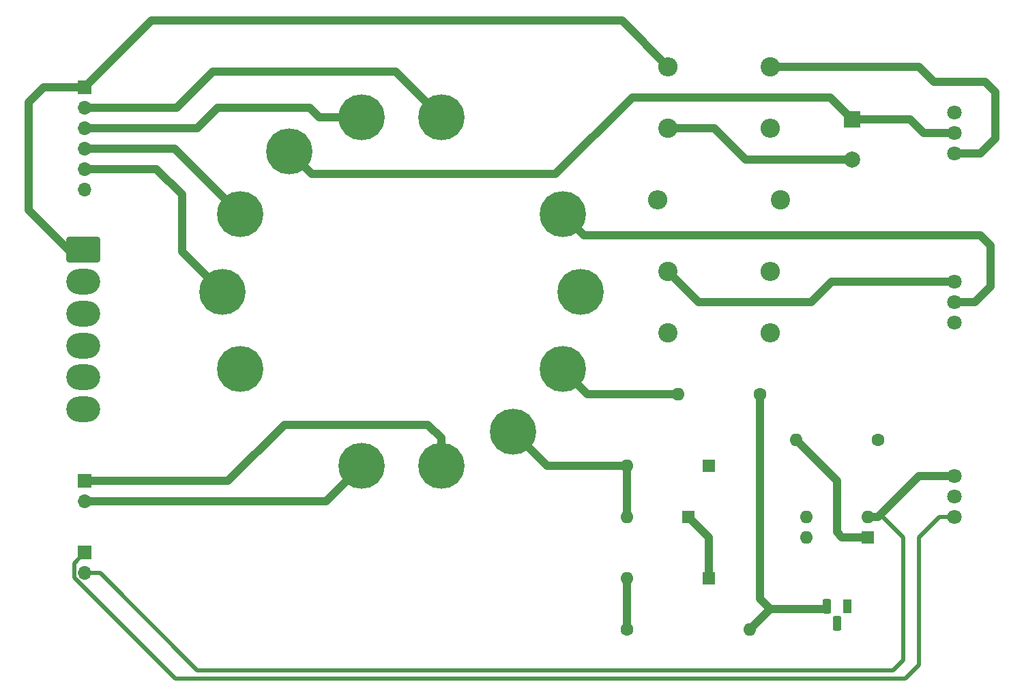
<source format=gbr>
%TF.GenerationSoftware,KiCad,Pcbnew,6.0.9-8da3e8f707~117~ubuntu22.04.1*%
%TF.CreationDate,2022-12-13T20:05:36-05:00*%
%TF.ProjectId,anderson_crt,616e6465-7273-46f6-9e5f-6372742e6b69,rev?*%
%TF.SameCoordinates,Original*%
%TF.FileFunction,Copper,L1,Top*%
%TF.FilePolarity,Positive*%
%FSLAX46Y46*%
G04 Gerber Fmt 4.6, Leading zero omitted, Abs format (unit mm)*
G04 Created by KiCad (PCBNEW 6.0.9-8da3e8f707~117~ubuntu22.04.1) date 2022-12-13 20:05:36*
%MOMM*%
%LPD*%
G01*
G04 APERTURE LIST*
G04 Aperture macros list*
%AMRoundRect*
0 Rectangle with rounded corners*
0 $1 Rounding radius*
0 $2 $3 $4 $5 $6 $7 $8 $9 X,Y pos of 4 corners*
0 Add a 4 corners polygon primitive as box body*
4,1,4,$2,$3,$4,$5,$6,$7,$8,$9,$2,$3,0*
0 Add four circle primitives for the rounded corners*
1,1,$1+$1,$2,$3*
1,1,$1+$1,$4,$5*
1,1,$1+$1,$6,$7*
1,1,$1+$1,$8,$9*
0 Add four rect primitives between the rounded corners*
20,1,$1+$1,$2,$3,$4,$5,0*
20,1,$1+$1,$4,$5,$6,$7,0*
20,1,$1+$1,$6,$7,$8,$9,0*
20,1,$1+$1,$8,$9,$2,$3,0*%
G04 Aperture macros list end*
%TA.AperFunction,ComponentPad*%
%ADD10R,1.700000X1.700000*%
%TD*%
%TA.AperFunction,ComponentPad*%
%ADD11O,1.700000X1.700000*%
%TD*%
%TA.AperFunction,ComponentPad*%
%ADD12R,1.600000X1.600000*%
%TD*%
%TA.AperFunction,ComponentPad*%
%ADD13O,1.600000X1.600000*%
%TD*%
%TA.AperFunction,ComponentPad*%
%ADD14C,1.600000*%
%TD*%
%TA.AperFunction,ComponentPad*%
%ADD15RoundRect,0.250000X-1.850000X1.330000X-1.850000X-1.330000X1.850000X-1.330000X1.850000X1.330000X0*%
%TD*%
%TA.AperFunction,ComponentPad*%
%ADD16O,4.200000X3.160000*%
%TD*%
%TA.AperFunction,ComponentPad*%
%ADD17R,1.100000X1.800000*%
%TD*%
%TA.AperFunction,ComponentPad*%
%ADD18RoundRect,0.275000X0.275000X0.625000X-0.275000X0.625000X-0.275000X-0.625000X0.275000X-0.625000X0*%
%TD*%
%TA.AperFunction,ComponentPad*%
%ADD19C,2.400000*%
%TD*%
%TA.AperFunction,ComponentPad*%
%ADD20O,2.400000X2.400000*%
%TD*%
%TA.AperFunction,ComponentPad*%
%ADD21C,1.800000*%
%TD*%
%TA.AperFunction,ComponentPad*%
%ADD22C,5.715000*%
%TD*%
%TA.AperFunction,ComponentPad*%
%ADD23R,2.000000X2.000000*%
%TD*%
%TA.AperFunction,ComponentPad*%
%ADD24C,2.000000*%
%TD*%
%TA.AperFunction,Conductor*%
%ADD25C,1.016000*%
%TD*%
%TA.AperFunction,Conductor*%
%ADD26C,0.508000*%
%TD*%
G04 APERTURE END LIST*
D10*
%TO.P,J3,1,Pin_1*%
%TO.N,/+360V*%
X86360000Y-62230000D03*
D11*
%TO.P,J3,2,Pin_2*%
%TO.N,Net-(CRT1-Pad7)*%
X86360000Y-64770000D03*
%TO.P,J3,3,Pin_3*%
%TO.N,Net-(CRT1-Pad8)*%
X86360000Y-67310000D03*
%TO.P,J3,4,Pin_4*%
%TO.N,Net-(CRT1-Pad10)*%
X86360000Y-69850000D03*
%TO.P,J3,5,Pin_5*%
%TO.N,Net-(CRT1-Pad11)*%
X86360000Y-72390000D03*
%TO.P,J3,6,Pin_6*%
%TO.N,/0V*%
X86360000Y-74930000D03*
%TD*%
D12*
%TO.P,D1,1,K*%
%TO.N,/-1320V*%
X163830000Y-109220000D03*
D13*
%TO.P,D1,2,A*%
%TO.N,/H1*%
X153670000Y-109220000D03*
%TD*%
D12*
%TO.P,D2,1,K*%
%TO.N,Net-(D2-Pad1)*%
X161290000Y-115570000D03*
D13*
%TO.P,D2,2,A*%
%TO.N,/H1*%
X153670000Y-115570000D03*
%TD*%
D14*
%TO.P,R2,1*%
%TO.N,/-1400V*%
X153670000Y-129540000D03*
D13*
%TO.P,R2,2*%
%TO.N,Net-(Q1-Pad3)*%
X168910000Y-129540000D03*
%TD*%
D15*
%TO.P,J1,1,Pin_1*%
%TO.N,/+360V*%
X86135000Y-82435000D03*
D16*
%TO.P,J1,2,Pin_2*%
%TO.N,unconnected-(J1-Pad2)*%
X86135000Y-86395000D03*
%TO.P,J1,3,Pin_3*%
%TO.N,/0V*%
X86135000Y-90355000D03*
%TO.P,J1,4,Pin_4*%
%TO.N,unconnected-(J1-Pad4)*%
X86135000Y-94315000D03*
%TO.P,J1,5,Pin_5*%
%TO.N,unconnected-(J1-Pad5)*%
X86135000Y-98275000D03*
%TO.P,J1,6,Pin_6*%
%TO.N,/-1400V*%
X86135000Y-102235000D03*
%TD*%
D17*
%TO.P,Q1,1,E*%
%TO.N,Net-(Q1-Pad1)*%
X180975000Y-126715000D03*
D18*
%TO.P,Q1,2,B*%
%TO.N,Net-(D2-Pad1)*%
X179705000Y-128785000D03*
%TO.P,Q1,3,C*%
%TO.N,Net-(Q1-Pad3)*%
X178435000Y-126715000D03*
%TD*%
D12*
%TO.P,U1,1*%
%TO.N,unconnected-(U1-Pad1)*%
X183505000Y-118115000D03*
D13*
%TO.P,U1,2*%
%TO.N,Net-(J2-Pad2)*%
X183505000Y-115575000D03*
%TO.P,U1,3*%
%TO.N,Net-(Q1-Pad1)*%
X175885000Y-115575000D03*
%TO.P,U1,4*%
%TO.N,/-1320V*%
X175885000Y-118115000D03*
%TD*%
D19*
%TO.P,R7,1*%
%TO.N,/-935V*%
X158750000Y-92710000D03*
D20*
%TO.P,R7,2*%
%TO.N,/-1320V*%
X171450000Y-92710000D03*
%TD*%
D19*
%TO.P,R6,1*%
%TO.N,/-935V*%
X158750000Y-85090000D03*
D20*
%TO.P,R6,2*%
%TO.N,Net-(R5-Pad1)*%
X171450000Y-85090000D03*
%TD*%
D10*
%TO.P,J2,1,Pin_1*%
%TO.N,Net-(J2-Pad1)*%
X86360000Y-120015000D03*
D11*
%TO.P,J2,2,Pin_2*%
%TO.N,Net-(J2-Pad2)*%
X86360000Y-122555000D03*
%TD*%
D19*
%TO.P,R3,1*%
%TO.N,Net-(R3-Pad1)*%
X171450000Y-59690000D03*
D20*
%TO.P,R3,2*%
%TO.N,/+360V*%
X158750000Y-59690000D03*
%TD*%
D21*
%TO.P,RV3,1,1*%
%TO.N,Net-(J2-Pad1)*%
X194330000Y-115570000D03*
%TO.P,RV3,2,2*%
%TO.N,unconnected-(RV3-Pad2)*%
X194330000Y-113030000D03*
%TO.P,RV3,3,3*%
%TO.N,Net-(J2-Pad2)*%
X194330000Y-110490000D03*
%TD*%
%TO.P,RV1,1,1*%
%TO.N,Net-(R3-Pad1)*%
X194310000Y-70485000D03*
%TO.P,RV1,2,2*%
%TO.N,Net-(C1-Pad1)*%
X194310000Y-67945000D03*
%TO.P,RV1,3,3*%
%TO.N,Net-(R4-Pad2)*%
X194310000Y-65405000D03*
%TD*%
D22*
%TO.P,CRT1,1,H1*%
%TO.N,/H1*%
X130581354Y-109288000D03*
%TO.P,CRT1,2,K*%
X139492354Y-104996000D03*
%TO.P,CRT1,3,G1*%
%TO.N,Net-(CRT1-Pad3)*%
X145659354Y-97263000D03*
%TO.P,CRT1,4*%
%TO.N,N/C*%
X147860354Y-87620000D03*
%TO.P,CRT1,5,A1*%
%TO.N,Net-(CRT1-Pad5)*%
X145659354Y-77977000D03*
%TO.P,CRT1,7,Y1*%
%TO.N,Net-(CRT1-Pad7)*%
X130581354Y-65952000D03*
%TO.P,CRT1,8,Y2*%
%TO.N,Net-(CRT1-Pad8)*%
X120689354Y-65952000D03*
%TO.P,CRT1,9,A2*%
%TO.N,Net-(C1-Pad1)*%
X111778354Y-70244000D03*
%TO.P,CRT1,10,X1*%
%TO.N,Net-(CRT1-Pad10)*%
X105611354Y-77977000D03*
%TO.P,CRT1,11,X2*%
%TO.N,Net-(CRT1-Pad11)*%
X103410354Y-87620000D03*
%TO.P,CRT1,12*%
%TO.N,N/C*%
X105611354Y-97263000D03*
%TO.P,CRT1,14,H2*%
%TO.N,/H2*%
X120689354Y-109288000D03*
%TD*%
D12*
%TO.P,D3,1,K*%
%TO.N,Net-(D2-Pad1)*%
X163830000Y-123190000D03*
D13*
%TO.P,D3,2,A*%
%TO.N,/-1400V*%
X153670000Y-123190000D03*
%TD*%
D14*
%TO.P,R8,1*%
%TO.N,Net-(Q1-Pad3)*%
X170180000Y-100330000D03*
D13*
%TO.P,R8,2*%
%TO.N,Net-(CRT1-Pad3)*%
X160020000Y-100330000D03*
%TD*%
D14*
%TO.P,R1,1*%
%TO.N,Net-(R1-Pad1)*%
X184785000Y-106045000D03*
D13*
%TO.P,R1,2*%
%TO.N,Net-(R1-Pad2)*%
X174625000Y-106045000D03*
%TD*%
D19*
%TO.P,R5,1*%
%TO.N,Net-(R5-Pad1)*%
X172720000Y-76200000D03*
D20*
%TO.P,R5,2*%
%TO.N,/0V*%
X157480000Y-76200000D03*
%TD*%
D10*
%TO.P,J4,1,Pin_1*%
%TO.N,/H1*%
X86360000Y-111120000D03*
D11*
%TO.P,J4,2,Pin_2*%
%TO.N,/H2*%
X86360000Y-113660000D03*
%TD*%
D23*
%TO.P,C1,1*%
%TO.N,Net-(C1-Pad1)*%
X181610000Y-66212323D03*
D24*
%TO.P,C1,2*%
%TO.N,/0V*%
X181610000Y-71212323D03*
%TD*%
D21*
%TO.P,RV2,1,1*%
%TO.N,Net-(R5-Pad1)*%
X194330000Y-91440000D03*
%TO.P,RV2,2,2*%
%TO.N,Net-(CRT1-Pad5)*%
X194330000Y-88900000D03*
%TO.P,RV2,3,3*%
%TO.N,/-935V*%
X194330000Y-86360000D03*
%TD*%
D19*
%TO.P,R4,1*%
%TO.N,/0V*%
X158750000Y-67310000D03*
D20*
%TO.P,R4,2*%
%TO.N,Net-(R4-Pad2)*%
X171450000Y-67310000D03*
%TD*%
D25*
%TO.N,Net-(C1-Pad1)*%
X188767323Y-66212323D02*
X190500000Y-67945000D01*
X111778354Y-70244000D02*
X114559354Y-73025000D01*
X114559354Y-73025000D02*
X144780000Y-73025000D01*
X190500000Y-67945000D02*
X194310000Y-67945000D01*
X154305000Y-63500000D02*
X178897677Y-63500000D01*
X144780000Y-73025000D02*
X154305000Y-63500000D01*
X178897677Y-63500000D02*
X181610000Y-66212323D01*
X181610000Y-66212323D02*
X188767323Y-66212323D01*
%TO.N,/0V*%
X164465000Y-67310000D02*
X168367323Y-71212323D01*
X158750000Y-67310000D02*
X164465000Y-67310000D01*
X168367323Y-71212323D02*
X181610000Y-71212323D01*
%TO.N,/H1*%
X130581354Y-105816354D02*
X130581354Y-109288000D01*
X139492354Y-104996000D02*
X143716354Y-109220000D01*
X111125000Y-104140000D02*
X128905000Y-104140000D01*
X104145000Y-111120000D02*
X111125000Y-104140000D01*
X153670000Y-115570000D02*
X153670000Y-109220000D01*
X143716354Y-109220000D02*
X153670000Y-109220000D01*
X128905000Y-104140000D02*
X130581354Y-105816354D01*
X86360000Y-111120000D02*
X104145000Y-111120000D01*
%TO.N,Net-(CRT1-Pad3)*%
X148726354Y-100330000D02*
X160020000Y-100330000D01*
X145659354Y-97263000D02*
X148726354Y-100330000D01*
%TO.N,Net-(CRT1-Pad5)*%
X197485000Y-80645000D02*
X198755000Y-81915000D01*
X145659354Y-77977000D02*
X148327354Y-80645000D01*
X198755000Y-86995000D02*
X196850000Y-88900000D01*
X196850000Y-88900000D02*
X194330000Y-88900000D01*
X148327354Y-80645000D02*
X197485000Y-80645000D01*
X198755000Y-81915000D02*
X198755000Y-86995000D01*
%TO.N,/H2*%
X116317354Y-113660000D02*
X120689354Y-109288000D01*
X86360000Y-113660000D02*
X116317354Y-113660000D01*
%TO.N,Net-(D2-Pad1)*%
X163830000Y-123190000D02*
X163830000Y-118110000D01*
X163830000Y-118110000D02*
X161290000Y-115570000D01*
%TO.N,/-1400V*%
X153670000Y-123190000D02*
X153670000Y-129540000D01*
%TO.N,/+360V*%
X84340000Y-82435000D02*
X79375000Y-77470000D01*
X86135000Y-82435000D02*
X84340000Y-82435000D01*
X158750000Y-59690000D02*
X153035000Y-53975000D01*
X81280000Y-62230000D02*
X86360000Y-62230000D01*
X79375000Y-64135000D02*
X81280000Y-62230000D01*
X94615000Y-53975000D02*
X86360000Y-62230000D01*
X153035000Y-53975000D02*
X94615000Y-53975000D01*
X79375000Y-77470000D02*
X79375000Y-64135000D01*
D26*
%TO.N,Net-(J2-Pad1)*%
X189865000Y-118110000D02*
X192405000Y-115570000D01*
X188214000Y-135636000D02*
X189865000Y-133985000D01*
X189865000Y-133985000D02*
X189865000Y-118110000D01*
X97596865Y-135636000D02*
X188214000Y-135636000D01*
X192405000Y-115570000D02*
X194330000Y-115570000D01*
X86360000Y-120015000D02*
X85056000Y-121319000D01*
X85056000Y-121319000D02*
X85056000Y-123095135D01*
X85056000Y-123095135D02*
X97596865Y-135636000D01*
D25*
%TO.N,Net-(Q1-Pad3)*%
X168910000Y-129540000D02*
X171450000Y-127000000D01*
X171450000Y-127000000D02*
X178320000Y-127000000D01*
X178320000Y-127000000D02*
X178435000Y-127115000D01*
X170180000Y-100330000D02*
X170180000Y-125730000D01*
X170180000Y-125730000D02*
X171450000Y-127000000D01*
%TO.N,Net-(R1-Pad2)*%
X180345000Y-118115000D02*
X183505000Y-118115000D01*
X179705000Y-117475000D02*
X180345000Y-118115000D01*
X179705000Y-111125000D02*
X179705000Y-117475000D01*
X174625000Y-106045000D02*
X179705000Y-111125000D01*
%TO.N,Net-(R3-Pad1)*%
X197485000Y-70485000D02*
X194310000Y-70485000D01*
X191770000Y-61595000D02*
X198120000Y-61595000D01*
X198120000Y-61595000D02*
X199390000Y-62865000D01*
X199390000Y-68580000D02*
X197485000Y-70485000D01*
X199390000Y-62865000D02*
X199390000Y-68580000D01*
X171450000Y-59690000D02*
X189865000Y-59690000D01*
X189865000Y-59690000D02*
X191770000Y-61595000D01*
%TO.N,/-935V*%
X162560000Y-88900000D02*
X158750000Y-85090000D01*
X176530000Y-88900000D02*
X162560000Y-88900000D01*
X179070000Y-86360000D02*
X176530000Y-88900000D01*
X194330000Y-86360000D02*
X179070000Y-86360000D01*
%TO.N,Net-(CRT1-Pad11)*%
X98425000Y-75565000D02*
X98425000Y-82634646D01*
X95250000Y-72390000D02*
X98425000Y-75565000D01*
X98425000Y-82634646D02*
X103410354Y-87620000D01*
X86360000Y-72390000D02*
X95250000Y-72390000D01*
%TO.N,Net-(CRT1-Pad10)*%
X86360000Y-69850000D02*
X97484354Y-69850000D01*
X97484354Y-69850000D02*
X105611354Y-77977000D01*
%TO.N,Net-(CRT1-Pad8)*%
X100330000Y-67310000D02*
X102870000Y-64770000D01*
X115482000Y-65952000D02*
X120689354Y-65952000D01*
X102870000Y-64770000D02*
X114300000Y-64770000D01*
X114300000Y-64770000D02*
X115482000Y-65952000D01*
X86360000Y-67310000D02*
X100330000Y-67310000D01*
%TO.N,Net-(CRT1-Pad7)*%
X124954354Y-60325000D02*
X130581354Y-65952000D01*
X86360000Y-64770000D02*
X97790000Y-64770000D01*
X97790000Y-64770000D02*
X102235000Y-60325000D01*
X102235000Y-60325000D02*
X124954354Y-60325000D01*
D26*
%TO.N,Net-(J2-Pad2)*%
X186690000Y-134620000D02*
X187960000Y-133350000D01*
X88265000Y-122555000D02*
X100330000Y-134620000D01*
X187960000Y-118110000D02*
X185425000Y-115575000D01*
X185425000Y-115575000D02*
X183505000Y-115575000D01*
D25*
X189865000Y-110490000D02*
X194330000Y-110490000D01*
D26*
X86360000Y-122555000D02*
X88265000Y-122555000D01*
D25*
X184780000Y-115575000D02*
X189865000Y-110490000D01*
X183505000Y-115575000D02*
X184780000Y-115575000D01*
D26*
X187960000Y-133350000D02*
X187960000Y-118110000D01*
X100330000Y-134620000D02*
X186690000Y-134620000D01*
%TD*%
M02*

</source>
